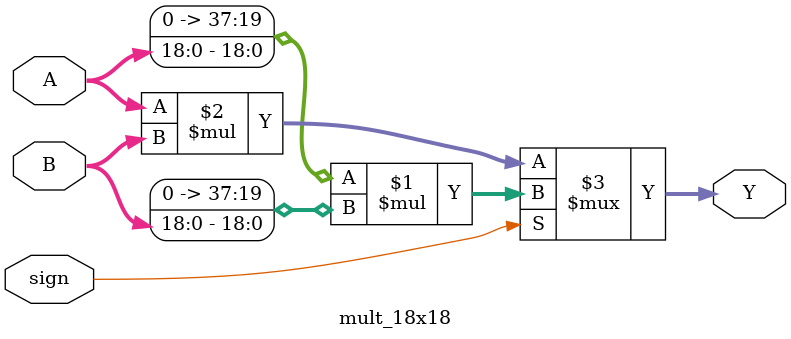
<source format=v>
/*verilator tracing_off*/
//-----------------------------------------------------
// Design Name : mult_18x18
// File Name   : mult_18x18.v
// Function    : A 18-bit multiplier
// Coder       : Ahmad Houraniah
//-----------------------------------------------------

module mult_18(
  input [0:0] sign,
  input [0:18] A,
  input [0:18] B,
  output [0:37] Y
);
mult_18x18 mult_18x18 (sign, A, B, Y);
endmodule

module mult_18x18 (sign, A, B, Y);

	parameter A_width = 19;
	parameter B_width = 19;

	input [A_width-1:0] A;
	input [B_width-1:0] B;
	input sign;
	output [A_width+B_width-1:0] Y;

	assign Y = sign ? $signed(A) * $signed(B): A * B;

endmodule

</source>
